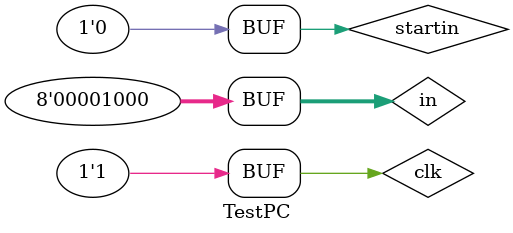
<source format=v>
`timescale 1ns / 1ps


module TestPC;

	// Inputs
	reg [7:0] in;
	reg clk;
	reg startin;

	// Outputs
	wire [7:0] out;

	// Instantiate the Unit Under Test (UUT)
	PC uut (
		.out(out), 
		.in(in), 
		.clk(clk), 
		.startin(startin)
	);

	initial begin
		// Initialize Inputs
		in = 0;
		clk = 0;
		startin = 0;

		// Wait 100 ns for global reset to finish
		#100;
        
		// Add stimulus here
		startin = 0;
		clk= 1;
		in = 8'b1000;

	end
      
endmodule


</source>
